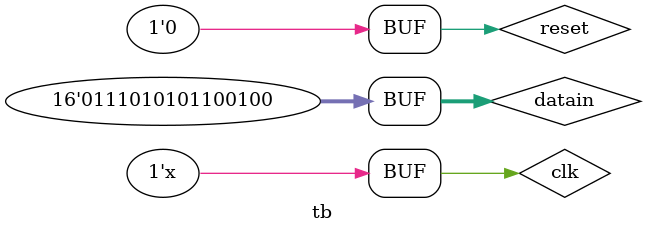
<source format=sv>
`timescale 1ns / 1ps


module tb(

    );
    reg clk;
    reg reset;
    reg [15:0] datain;
    
    wire spi_cs_l;
    wire spi_sclk;
    wire spi_data;
    wire [4:0] counter;
    
    always #5 clk=~clk;
    
    des dut(.clk(clk),.reset(reset),.counter(counter),.datain(datain),.spi_cs_l(spi_cs_l),.spi_sclk(spi_sclk),.spi_data(spi_data));
    initial begin
    $dumpfile("dump.vcd");
    $dumpvars;
    clk<=0;
    reset<=1;
    datain<=0;
    #10 reset<=1'b0;
    #10 datain<=16'hA569;
    #335 datain<=16'h2563;
    #335 datain<=16'h6A61;
    #335 datain<=16'hA265;
    #335 datain<=16'h7564;
    end
endmodule

</source>
